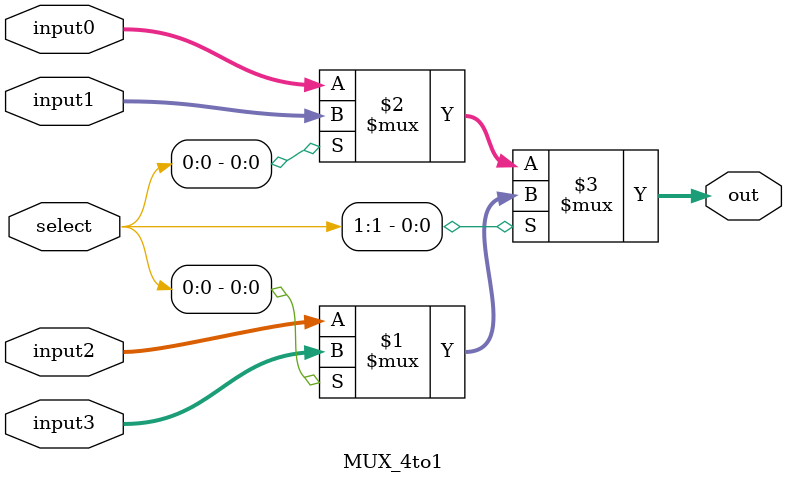
<source format=v>
module MUX_4to1( input [31:0] input0 , 
                 input [31:0] input1 , 
                 input [31:0] input2 ,
                 input [31:0] input3 ,
                 input [1:0] select, 
                 output [31:0] out);
   assign out = select[1]? (select[0]?input3:input2) : (select[0]?input1:input0);
 endmodule   
</source>
